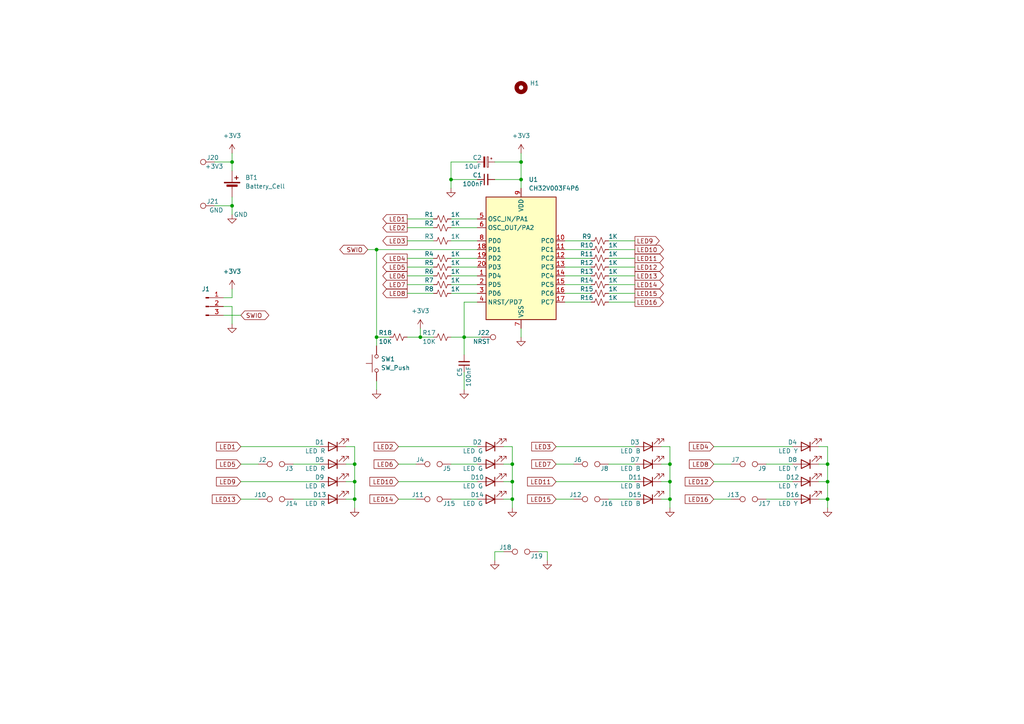
<source format=kicad_sch>
(kicad_sch (version 20231120) (generator "eeschema") (generator_version "8.0")
  (paper "A4")
  (title_block (title "Projeto Natal 2023 - Árvore de Natal 3D") (date "2023-11-21") (rev "01") (company "Franzininho / Mechatronix Lab") (comment 1 "Eng. André A. M. Araújo"))
  (lib_symbols
    (symbol "Connector:Conn_01x03_Pin" (pin_names (offset 1.016) hide)
      (property "Reference" "J" (at 0 5.08 0))
      (property "Value" "Conn_01x03_Pin" (at 0 -5.08 0))
      (symbol "Conn_01x03_Pin_1_1"
        (polyline (pts (xy 1.27 -2.54) (xy 0.8636 -2.54)) (stroke (width 0.1524)))
        (polyline (pts (xy 1.27 0) (xy 0.8636 0)) (stroke (width 0.1524)))
        (polyline (pts (xy 1.27 2.54) (xy 0.8636 2.54)) (stroke (width 0.1524)))
        (rectangle (start 0.8636 -2.413) (end 0 -2.667) (stroke (width 0.1524)) (fill (type outline)))
        (rectangle (start 0.8636 0.127) (end 0 -0.127) (stroke (width 0.1524)) (fill (type outline)))
        (rectangle (start 0.8636 2.667) (end 0 2.413) (stroke (width 0.1524)) (fill (type outline)))
        (pin passive line (at 5.08 2.54 180) (length 3.81) (name "Pin_1") (number "1"))
        (pin passive line (at 5.08 0 180) (length 3.81) (name "Pin_2") (number "2"))
        (pin passive line (at 5.08 -2.54 180) (length 3.81) (name "Pin_3") (number "3"))
      )
    )
    (symbol "Connector:TestPoint" (pin_numbers hide) (pin_names (offset 0.762) hide)
      (property "Reference" "TP" (at 0 6.858 0))
      (property "Value" "TestPoint" (at 0 5.08 0))
      (symbol "TestPoint_0_1"
        (circle (center 0 3.302) (radius 0.762))
      )
      (symbol "TestPoint_1_1"
        (pin passive line (at 0 0 90) (length 2.54) (name "1") (number "1"))
      )
    )
    (symbol "Device:Battery_Cell" (pin_numbers hide) (pin_names (offset 0) hide)
      (property "Reference" "BT" (at 2.54 2.54 0))
      (property "Value" "Battery_Cell" (at 2.54 0 0))
      (symbol "Battery_Cell_0_1"
        (rectangle (start -2.286 1.778) (end 2.286 1.524) (fill (type outline)))
        (rectangle (start -1.524 1.016) (end 1.524 0.508) (fill (type outline)))
        (polyline (pts (xy 0 0.762) (xy 0 0)))
        (polyline (pts (xy 0 1.778) (xy 0 2.54)))
        (polyline (pts (xy 0.762 3.048) (xy 1.778 3.048)) (stroke (width 0.254)))
        (polyline (pts (xy 1.27 3.556) (xy 1.27 2.54)) (stroke (width 0.254)))
      )
      (symbol "Battery_Cell_1_1"
        (pin passive line (at 0 5.08 270) (length 2.54) (name "+") (number "1"))
        (pin passive line (at 0 -2.54 90) (length 2.54) (name "-") (number "2"))
      )
    )
    (symbol "Device:C_Polarized_Small" (pin_numbers hide) (pin_names (offset 0.254) hide)
      (property "Reference" "C" (at 0.254 1.778 0))
      (property "Value" "C_Polarized_Small" (at 0.254 -2.032 0))
      (symbol "C_Polarized_Small_0_1"
        (rectangle (start -1.524 -0.3048) (end 1.524 -0.6858) (fill (type outline)))
        (rectangle (start -1.524 0.6858) (end 1.524 0.3048))
        (polyline (pts (xy -1.27 1.524) (xy -0.762 1.524)))
        (polyline (pts (xy -1.016 1.27) (xy -1.016 1.778)))
      )
      (symbol "C_Polarized_Small_1_1"
        (pin passive line (at 0 2.54 270) (length 1.8542) (name "~") (number "1"))
        (pin passive line (at 0 -2.54 90) (length 1.8542) (name "~") (number "2"))
      )
    )
    (symbol "Device:C_Small" (pin_numbers hide) (pin_names (offset 0.254) hide)
      (property "Reference" "C" (at 0.254 1.778 0))
      (property "Value" "C_Small" (at 0.254 -2.032 0))
      (symbol "C_Small_0_1"
        (polyline (pts (xy -1.524 -0.508) (xy 1.524 -0.508)) (stroke (width 0.3302)))
        (polyline (pts (xy -1.524 0.508) (xy 1.524 0.508)) (stroke (width 0.3048)))
      )
      (symbol "C_Small_1_1"
        (pin passive line (at 0 2.54 270) (length 2.032) (name "~") (number "1"))
        (pin passive line (at 0 -2.54 90) (length 2.032) (name "~") (number "2"))
      )
    )
    (symbol "Device:LED" (pin_numbers hide) (pin_names (offset 1.016) hide)
      (property "Reference" "D" (at 0 2.54 0))
      (property "Value" "LED" (at 0 -2.54 0))
      (symbol "LED_0_1"
        (polyline (pts (xy -1.27 -1.27) (xy -1.27 1.27)) (stroke (width 0.254)))
        (polyline (pts (xy -1.27 0) (xy 1.27 0)))
        (polyline (pts (xy 1.27 -1.27) (xy 1.27 1.27) (xy -1.27 0) (xy 1.27 -1.27)) (stroke (width 0.254)))
        (polyline (pts (xy -3.048 -0.762) (xy -4.572 -2.286) (xy -3.81 -2.286) (xy -4.572 -2.286) (xy -4.572 -1.524)))
        (polyline (pts (xy -1.778 -0.762) (xy -3.302 -2.286) (xy -2.54 -2.286) (xy -3.302 -2.286) (xy -3.302 -1.524)))
      )
      (symbol "LED_1_1"
        (pin passive line (at -3.81 0 0) (length 2.54) (name "K") (number "1"))
        (pin passive line (at 3.81 0 180) (length 2.54) (name "A") (number "2"))
      )
    )
    (symbol "Device:R_Small_US" (pin_numbers hide) (pin_names (offset 0.254) hide)
      (property "Reference" "R" (at 0.762 0.508 0))
      (property "Value" "R_Small_US" (at 0.762 -1.016 0))
      (symbol "R_Small_US_1_1"
        (polyline (pts (xy 0 0) (xy 1.016 -0.381) (xy 0 -0.762) (xy -1.016 -1.143) (xy 0 -1.524)))
        (polyline (pts (xy 0 1.524) (xy 1.016 1.143) (xy 0 0.762) (xy -1.016 0.381) (xy 0 0)))
        (pin passive line (at 0 2.54 270) (length 1.016) (name "~") (number "1"))
        (pin passive line (at 0 -2.54 90) (length 1.016) (name "~") (number "2"))
      )
    )
    (symbol "Mechanical:MountingHole" (pin_names (offset 1.016))
      (property "Reference" "H" (at 0 5.08 0))
      (property "Value" "MountingHole" (at 0 3.175 0))
      (symbol "MountingHole_0_1"
        (circle (center 0 0) (radius 1.27) (stroke (width 1.27)))
      )
    )
    (symbol "Switch:SW_Push" (pin_numbers hide) (pin_names (offset 1.016) hide)
      (property "Reference" "SW" (at 1.27 2.54 0))
      (property "Value" "SW_Push" (at 0 -1.524 0))
      (symbol "SW_Push_0_1"
        (circle (center -2.032 0) (radius 0.508))
        (polyline (pts (xy 0 1.27) (xy 0 3.048)))
        (polyline (pts (xy 2.54 1.27) (xy -2.54 1.27)))
        (circle (center 2.032 0) (radius 0.508))
        (pin passive line (at -5.08 0 0) (length 2.54) (name "1") (number "1"))
        (pin passive line (at 5.08 0 180) (length 2.54) (name "2") (number "2"))
      )
    )
    (symbol "power:+3V3" (power) (pin_names (offset 0))
      (property "Value" "+3V3" (at 0 3.556 0))
      (symbol "+3V3_0_1"
        (polyline (pts (xy -0.762 1.27) (xy 0 2.54)))
        (polyline (pts (xy 0 0) (xy 0 2.54)))
        (polyline (pts (xy 0 2.54) (xy 0.762 1.27)))
      )
      (symbol "+3V3_1_1"
        (pin power_in line (at 0 0 90) (length 0) hide (name "+3V3") (number "1"))
      )
    )
    (symbol "power:GND" (power) (pin_names (offset 0))
      (property "Value" "GND" (at 0 -3.81 0))
      (symbol "GND_0_1"
        (polyline (pts (xy 0 0) (xy 0 -1.27) (xy 1.27 -1.27) (xy 0 -2.54) (xy -1.27 -1.27) (xy 0 -1.27)))
      )
      (symbol "GND_1_1"
        (pin power_in line (at 0 0 270) (length 0) hide (name "GND") (number "1"))
      )
    )
    (symbol "wch_mcu:CH32V003F4P6"
      (property "Reference" "U" (at 15.24 -24.13 0))
      (property "Value" "CH32V003F4P6" (at 16.51 -21.59 0))
      (symbol "CH32V003F4P6_0_1"
        (rectangle (start -10.16 17.78) (end 10.16 -17.78) (stroke (width 0.254)) (fill (type background)))
      )
      (symbol "CH32V003F4P6_1_1"
        (pin bidirectional line (at -12.7 -5.08 0) (length 2.54) (name "PD4") (number "1"))
        (pin bidirectional line (at 12.7 5.08 180) (length 2.54) (name "PC0") (number "10"))
        (pin bidirectional line (at 12.7 2.54 180) (length 2.54) (name "PC1") (number "11"))
        (pin bidirectional line (at 12.7 0 180) (length 2.54) (name "PC2") (number "12"))
        (pin bidirectional line (at 12.7 -2.54 180) (length 2.54) (name "PC3") (number "13"))
        (pin bidirectional line (at 12.7 -5.08 180) (length 2.54) (name "PC4") (number "14"))
        (pin bidirectional line (at 12.7 -7.62 180) (length 2.54) (name "PC5") (number "15"))
        (pin bidirectional line (at 12.7 -10.16 180) (length 2.54) (name "PC6") (number "16"))
        (pin bidirectional line (at 12.7 -12.7 180) (length 2.54) (name "PC7") (number "17"))
        (pin bidirectional line (at -12.7 2.54 0) (length 2.54) (name "PD1") (number "18"))
        (pin bidirectional line (at -12.7 0 0) (length 2.54) (name "PD2") (number "19"))
        (pin bidirectional line (at -12.7 -7.62 0) (length 2.54) (name "PD5") (number "2"))
        (pin bidirectional line (at -12.7 -2.54 0) (length 2.54) (name "PD3") (number "20"))
        (pin bidirectional line (at -12.7 -10.16 0) (length 2.54) (name "PD6") (number "3"))
        (pin input line (at -12.7 -12.7 0) (length 2.54) (name "NRST/PD7") (number "4"))
        (pin input line (at -12.7 11.43 0) (length 2.54) (name "OSC_IN/PA1") (number "5"))
        (pin input line (at -12.7 8.89 0) (length 2.54) (name "OSC_OUT/PA2") (number "6"))
        (pin power_in line (at 0 -20.32 90) (length 2.54) (name "VSS") (number "7"))
        (pin bidirectional line (at -12.7 5.08 0) (length 2.54) (name "PD0") (number "8"))
        (pin power_in line (at 0 20.32 270) (length 2.54) (name "VDD") (number "9"))
      )
    )
  )
  (junction (at 151.13 52.07))
  (junction (at 102.87 134.62))
  (junction (at 134.62 97.79))
  (junction (at 67.31 46.99))
  (junction (at 109.22 97.79))
  (junction (at 67.31 59.69))
  (junction (at 121.92 97.79))
  (junction (at 148.59 139.7))
  (junction (at 194.31 144.78))
  (junction (at 109.22 72.39))
  (junction (at 194.31 134.62))
  (junction (at 148.59 144.78))
  (junction (at 102.87 139.7))
  (junction (at 194.31 139.7))
  (junction (at 240.03 134.62))
  (junction (at 240.03 139.7))
  (junction (at 102.87 144.78))
  (junction (at 240.03 144.78))
  (junction (at 130.81 52.07))
  (junction (at 148.59 134.62))
  (junction (at 151.13 46.99))
  (wire (pts (xy 194.31 129.54) (xy 194.31 134.62)))
  (wire (pts (xy 191.77 129.54) (xy 194.31 129.54)))
  (wire (pts (xy 237.49 144.78) (xy 240.03 144.78)))
  (wire (pts (xy 134.62 97.79) (xy 139.7 97.79)))
  (wire (pts (xy 85.09 144.78) (xy 92.71 144.78)))
  (wire (pts (xy 161.29 139.7) (xy 184.15 139.7)))
  (wire (pts (xy 106.68 72.39) (xy 109.22 72.39)))
  (wire (pts (xy 134.62 87.63) (xy 138.43 87.63)))
  (wire (pts (xy 191.77 139.7) (xy 194.31 139.7)))
  (wire (pts (xy 163.83 74.93) (xy 171.45 74.93)))
  (wire (pts (xy 176.53 144.78) (xy 184.15 144.78)))
  (wire (pts (xy 118.11 69.85) (xy 125.73 69.85)))
  (wire (pts (xy 109.22 110.49) (xy 109.22 113.03)))
  (wire (pts (xy 102.87 134.62) (xy 102.87 139.7)))
  (wire (pts (xy 109.22 97.79) (xy 109.22 100.33)))
  (wire (pts (xy 118.11 85.09) (xy 125.73 85.09)))
  (wire (pts (xy 115.57 134.62) (xy 120.65 134.62)))
  (wire (pts (xy 69.85 139.7) (xy 92.71 139.7)))
  (wire (pts (xy 130.81 80.01) (xy 138.43 80.01)))
  (wire (pts (xy 176.53 85.09) (xy 184.15 85.09)))
  (wire (pts (xy 130.81 134.62) (xy 138.43 134.62)))
  (wire (pts (xy 240.03 129.54) (xy 240.03 134.62)))
  (wire (pts (xy 121.92 95.25) (xy 121.92 97.79)))
  (wire (pts (xy 100.33 134.62) (xy 102.87 134.62)))
  (wire (pts (xy 100.33 139.7) (xy 102.87 139.7)))
  (wire (pts (xy 109.22 97.79) (xy 113.03 97.79)))
  (wire (pts (xy 237.49 134.62) (xy 240.03 134.62)))
  (wire (pts (xy 134.62 97.79) (xy 134.62 102.87)))
  (wire (pts (xy 102.87 139.7) (xy 102.87 144.78)))
  (wire (pts (xy 148.59 144.78) (xy 148.59 147.32)))
  (wire (pts (xy 240.03 139.7) (xy 240.03 144.78)))
  (wire (pts (xy 163.83 85.09) (xy 171.45 85.09)))
  (wire (pts (xy 134.62 107.95) (xy 134.62 113.03)))
  (wire (pts (xy 176.53 69.85) (xy 184.15 69.85)))
  (wire (pts (xy 176.53 74.93) (xy 184.15 74.93)))
  (wire (pts (xy 67.31 46.99) (xy 67.31 49.53)))
  (wire (pts (xy 118.11 97.79) (xy 121.92 97.79)))
  (wire (pts (xy 121.92 97.79) (xy 125.73 97.79)))
  (wire (pts (xy 143.51 52.07) (xy 151.13 52.07)))
  (wire (pts (xy 158.75 160.02) (xy 156.21 160.02)))
  (wire (pts (xy 163.83 72.39) (xy 171.45 72.39)))
  (wire (pts (xy 237.49 139.7) (xy 240.03 139.7)))
  (wire (pts (xy 62.23 46.99) (xy 67.31 46.99)))
  (wire (pts (xy 163.83 69.85) (xy 171.45 69.85)))
  (wire (pts (xy 130.81 74.93) (xy 138.43 74.93)))
  (wire (pts (xy 222.25 144.78) (xy 229.87 144.78)))
  (wire (pts (xy 67.31 83.82) (xy 67.31 86.36)))
  (wire (pts (xy 207.01 134.62) (xy 212.09 134.62)))
  (wire (pts (xy 161.29 144.78) (xy 166.37 144.78)))
  (wire (pts (xy 109.22 72.39) (xy 109.22 97.79)))
  (wire (pts (xy 130.81 52.07) (xy 138.43 52.07)))
  (wire (pts (xy 163.83 82.55) (xy 171.45 82.55)))
  (wire (pts (xy 64.77 88.9) (xy 67.31 88.9)))
  (wire (pts (xy 115.57 139.7) (xy 138.43 139.7)))
  (wire (pts (xy 194.31 139.7) (xy 194.31 144.78)))
  (wire (pts (xy 148.59 134.62) (xy 148.59 139.7)))
  (wire (pts (xy 161.29 134.62) (xy 166.37 134.62)))
  (wire (pts (xy 146.05 139.7) (xy 148.59 139.7)))
  (wire (pts (xy 130.81 82.55) (xy 138.43 82.55)))
  (wire (pts (xy 148.59 129.54) (xy 148.59 134.62)))
  (wire (pts (xy 67.31 86.36) (xy 64.77 86.36)))
  (wire (pts (xy 176.53 72.39) (xy 184.15 72.39)))
  (wire (pts (xy 67.31 88.9) (xy 67.31 93.98)))
  (wire (pts (xy 69.85 134.62) (xy 74.93 134.62)))
  (wire (pts (xy 130.81 46.99) (xy 130.81 52.07)))
  (wire (pts (xy 148.59 139.7) (xy 148.59 144.78)))
  (wire (pts (xy 138.43 46.99) (xy 130.81 46.99)))
  (wire (pts (xy 130.81 52.07) (xy 130.81 54.61)))
  (wire (pts (xy 115.57 129.54) (xy 138.43 129.54)))
  (wire (pts (xy 67.31 59.69) (xy 67.31 62.23)))
  (wire (pts (xy 102.87 144.78) (xy 102.87 147.32)))
  (wire (pts (xy 151.13 44.45) (xy 151.13 46.99)))
  (wire (pts (xy 102.87 129.54) (xy 102.87 134.62)))
  (wire (pts (xy 118.11 63.5) (xy 125.73 63.5)))
  (wire (pts (xy 143.51 46.99) (xy 151.13 46.99)))
  (wire (pts (xy 69.85 144.78) (xy 74.93 144.78)))
  (wire (pts (xy 176.53 82.55) (xy 184.15 82.55)))
  (wire (pts (xy 85.09 134.62) (xy 92.71 134.62)))
  (wire (pts (xy 194.31 144.78) (xy 194.31 147.32)))
  (wire (pts (xy 207.01 144.78) (xy 212.09 144.78)))
  (wire (pts (xy 176.53 87.63) (xy 184.15 87.63)))
  (wire (pts (xy 151.13 46.99) (xy 151.13 52.07)))
  (wire (pts (xy 176.53 77.47) (xy 184.15 77.47)))
  (wire (pts (xy 134.62 87.63) (xy 134.62 97.79)))
  (wire (pts (xy 194.31 134.62) (xy 194.31 139.7)))
  (wire (pts (xy 115.57 144.78) (xy 120.65 144.78)))
  (wire (pts (xy 207.01 139.7) (xy 229.87 139.7)))
  (wire (pts (xy 130.81 77.47) (xy 138.43 77.47)))
  (wire (pts (xy 240.03 144.78) (xy 240.03 147.32)))
  (wire (pts (xy 69.85 91.44) (xy 64.77 91.44)))
  (wire (pts (xy 62.23 59.69) (xy 67.31 59.69)))
  (wire (pts (xy 67.31 44.45) (xy 67.31 46.99)))
  (wire (pts (xy 100.33 129.54) (xy 102.87 129.54)))
  (wire (pts (xy 109.22 72.39) (xy 138.43 72.39)))
  (wire (pts (xy 130.81 144.78) (xy 138.43 144.78)))
  (wire (pts (xy 163.83 87.63) (xy 171.45 87.63)))
  (wire (pts (xy 118.11 74.93) (xy 125.73 74.93)))
  (wire (pts (xy 191.77 134.62) (xy 194.31 134.62)))
  (wire (pts (xy 118.11 80.01) (xy 125.73 80.01)))
  (wire (pts (xy 130.81 85.09) (xy 138.43 85.09)))
  (wire (pts (xy 176.53 80.01) (xy 184.15 80.01)))
  (wire (pts (xy 130.81 97.79) (xy 134.62 97.79)))
  (wire (pts (xy 161.29 129.54) (xy 184.15 129.54)))
  (wire (pts (xy 237.49 129.54) (xy 240.03 129.54)))
  (wire (pts (xy 118.11 66.04) (xy 125.73 66.04)))
  (wire (pts (xy 118.11 77.47) (xy 125.73 77.47)))
  (wire (pts (xy 240.03 134.62) (xy 240.03 139.7)))
  (wire (pts (xy 176.53 134.62) (xy 184.15 134.62)))
  (wire (pts (xy 118.11 82.55) (xy 125.73 82.55)))
  (wire (pts (xy 163.83 77.47) (xy 171.45 77.47)))
  (wire (pts (xy 146.05 129.54) (xy 148.59 129.54)))
  (wire (pts (xy 207.01 129.54) (xy 229.87 129.54)))
  (wire (pts (xy 143.51 160.02) (xy 146.05 160.02)))
  (wire (pts (xy 143.51 162.56) (xy 143.51 160.02)))
  (wire (pts (xy 130.81 66.04) (xy 138.43 66.04)))
  (wire (pts (xy 100.33 144.78) (xy 102.87 144.78)))
  (wire (pts (xy 158.75 162.56) (xy 158.75 160.02)))
  (wire (pts (xy 222.25 134.62) (xy 229.87 134.62)))
  (wire (pts (xy 146.05 144.78) (xy 148.59 144.78)))
  (wire (pts (xy 151.13 52.07) (xy 151.13 54.61)))
  (wire (pts (xy 163.83 80.01) (xy 171.45 80.01)))
  (wire (pts (xy 146.05 134.62) (xy 148.59 134.62)))
  (wire (pts (xy 191.77 144.78) (xy 194.31 144.78)))
  (wire (pts (xy 130.81 63.5) (xy 138.43 63.5)))
  (wire (pts (xy 69.85 129.54) (xy 92.71 129.54)))
  (wire (pts (xy 130.81 69.85) (xy 138.43 69.85)))
  (wire (pts (xy 151.13 95.25) (xy 151.13 97.79)))
  (wire (pts (xy 67.31 57.15) (xy 67.31 59.69)))
  (global_label "LED7" (shape input) (at 161.29 134.62 180) (property "Intersheetrefs" "${INTERSHEET_REFS}" (effects (hide yes))))
  (global_label "LED8" (shape input) (at 207.01 134.62 180) (property "Intersheetrefs" "${INTERSHEET_REFS}" (effects (hide yes))))
  (global_label "LED5" (shape output) (at 118.11 77.47 180) (property "Intersheetrefs" "${INTERSHEET_REFS}" (effects (hide yes))))
  (global_label "LED12" (shape input) (at 207.01 139.7 180) (property "Intersheetrefs" "${INTERSHEET_REFS}" (effects (hide yes))))
  (global_label "LED3" (shape output) (at 118.11 69.85 180) (property "Intersheetrefs" "${INTERSHEET_REFS}" (effects (hide yes))))
  (global_label "LED4" (shape input) (at 207.01 129.54 180) (property "Intersheetrefs" "${INTERSHEET_REFS}" (effects (hide yes))))
  (global_label "LED16" (shape input) (at 207.01 144.78 180) (property "Intersheetrefs" "${INTERSHEET_REFS}" (effects (hide yes))))
  (global_label "LED14" (shape input) (at 115.57 144.78 180) (property "Intersheetrefs" "${INTERSHEET_REFS}" (effects (hide yes))))
  (global_label "LED15" (shape input) (at 161.29 144.78 180) (property "Intersheetrefs" "${INTERSHEET_REFS}" (effects (hide yes))))
  (global_label "SWIO" (shape bidirectional) (at 69.85 91.44 0) (property "Intersheetrefs" "${INTERSHEET_REFS}" (effects (hide yes))))
  (global_label "LED16" (shape output) (at 184.15 87.63 0) (property "Intersheetrefs" "${INTERSHEET_REFS}" (effects (hide yes))))
  (global_label "LED8" (shape output) (at 118.11 85.09 180) (property "Intersheetrefs" "${INTERSHEET_REFS}" (effects (hide yes))))
  (global_label "LED13" (shape input) (at 69.85 144.78 180) (property "Intersheetrefs" "${INTERSHEET_REFS}" (effects (hide yes))))
  (global_label "LED10" (shape input) (at 115.57 139.7 180) (property "Intersheetrefs" "${INTERSHEET_REFS}" (effects (hide yes))))
  (global_label "LED10" (shape output) (at 184.15 72.39 0) (property "Intersheetrefs" "${INTERSHEET_REFS}" (effects (hide yes))))
  (global_label "LED4" (shape output) (at 118.11 74.93 180) (property "Intersheetrefs" "${INTERSHEET_REFS}" (effects (hide yes))))
  (global_label "LED1" (shape output) (at 118.11 63.5 180) (property "Intersheetrefs" "${INTERSHEET_REFS}" (effects (hide yes))))
  (global_label "LED9" (shape input) (at 69.85 139.7 180) (property "Intersheetrefs" "${INTERSHEET_REFS}" (effects (hide yes))))
  (global_label "LED7" (shape output) (at 118.11 82.55 180) (property "Intersheetrefs" "${INTERSHEET_REFS}" (effects (hide yes))))
  (global_label "LED5" (shape input) (at 69.85 134.62 180) (property "Intersheetrefs" "${INTERSHEET_REFS}" (effects (hide yes))))
  (global_label "LED14" (shape output) (at 184.15 82.55 0) (property "Intersheetrefs" "${INTERSHEET_REFS}" (effects (hide yes))))
  (global_label "LED11" (shape output) (at 184.15 74.93 0) (property "Intersheetrefs" "${INTERSHEET_REFS}" (effects (hide yes))))
  (global_label "LED2" (shape output) (at 118.11 66.04 180) (property "Intersheetrefs" "${INTERSHEET_REFS}" (effects (hide yes))))
  (global_label "LED1" (shape input) (at 69.85 129.54 180) (property "Intersheetrefs" "${INTERSHEET_REFS}" (effects (hide yes))))
  (global_label "LED15" (shape output) (at 184.15 85.09 0) (property "Intersheetrefs" "${INTERSHEET_REFS}" (effects (hide yes))))
  (global_label "LED13" (shape output) (at 184.15 80.01 0) (property "Intersheetrefs" "${INTERSHEET_REFS}" (effects (hide yes))))
  (global_label "LED11" (shape input) (at 161.29 139.7 180) (property "Intersheetrefs" "${INTERSHEET_REFS}" (effects (hide yes))))
  (global_label "LED12" (shape output) (at 184.15 77.47 0) (property "Intersheetrefs" "${INTERSHEET_REFS}" (effects (hide yes))))
  (global_label "SWIO" (shape bidirectional) (at 106.68 72.39 180) (property "Intersheetrefs" "${INTERSHEET_REFS}" (effects (hide yes))))
  (global_label "LED2" (shape input) (at 115.57 129.54 180) (property "Intersheetrefs" "${INTERSHEET_REFS}" (effects (hide yes))))
  (global_label "LED6" (shape input) (at 115.57 134.62 180) (property "Intersheetrefs" "${INTERSHEET_REFS}" (effects (hide yes))))
  (global_label "LED9" (shape output) (at 184.15 69.85 0) (property "Intersheetrefs" "${INTERSHEET_REFS}" (effects (hide yes))))
  (global_label "LED3" (shape input) (at 161.29 129.54 180) (property "Intersheetrefs" "${INTERSHEET_REFS}" (effects (hide yes))))
  (global_label "LED6" (shape output) (at 118.11 80.01 180) (property "Intersheetrefs" "${INTERSHEET_REFS}" (effects (hide yes))))
  (symbol (lib_id "Device:R_Small_US") (at 128.27 85.09 90) (unit 1)
    (property "Reference" "R8" (at 124.46 83.82 90))
    (property "Value" "1K" (at 132.08 83.82 90))
    (property "Footprint" "Resistor_SMD:R_0603_1608Metric_Pad0.98x0.95mm_HandSolder" (effects (hide yes)))
  )
  (symbol (lib_id "Device:LED") (at 142.24 129.54 180) (unit 1)
    (property "Reference" "D2" (at 138.43 128.27 0))
    (property "Value" "LED G" (at 137.16 130.81 0))
    (property "Footprint" "LED_THT:LED_D5.0mm" (effects (hide yes)))
  )
  (symbol (lib_id "power:GND") (at 158.75 162.56 0) (unit 1)
    (property "Reference" "#PWR015" (effects (hide yes)))
    (property "Value" "GND" (effects (hide yes)))
  )
  (symbol (lib_id "Device:Battery_Cell") (at 67.31 54.61 0) (unit 1)
    (property "Reference" "BT1" (at 71.12 51.4985 0) (effects (justify left)))
    (property "Value" "Battery_Cell" (at 71.12 54.0385 0) (effects (justify left)))
    (property "Footprint" "Battery:BatteryHolder_Keystone_3002_1x2032" (effects (hide yes)))
  )
  (symbol (lib_id "Device:LED") (at 96.52 134.62 180) (unit 1)
    (property "Reference" "D5" (at 92.71 133.35 0))
    (property "Value" "LED R" (at 91.44 135.89 0))
    (property "Footprint" "LED_THT:LED_D5.0mm" (effects (hide yes)))
  )
  (symbol (lib_id "Device:R_Small_US") (at 173.99 85.09 90) (unit 1)
    (property "Reference" "R15" (at 170.18 83.82 90))
    (property "Value" "1K" (at 177.8 83.82 90))
    (property "Footprint" "Resistor_SMD:R_0603_1608Metric_Pad0.98x0.95mm_HandSolder" (effects (hide yes)))
  )
  (symbol (lib_id "Device:R_Small_US") (at 173.99 82.55 90) (unit 1)
    (property "Reference" "R14" (at 170.18 81.28 90))
    (property "Value" "1K" (at 177.8 81.28 90))
    (property "Footprint" "Resistor_SMD:R_0603_1608Metric_Pad0.98x0.95mm_HandSolder" (effects (hide yes)))
  )
  (symbol (lib_id "Connector:TestPoint") (at 120.65 144.78 270) (unit 1)
    (property "Reference" "J11" (at 119.38 143.51 90) (effects (justify left)))
    (property "Value" "TestPoint" (effects (hide yes)))
    (property "Footprint" "TestPoint:TestPoint_Pad_D2.5mm" (effects (hide yes)))
  )
  (symbol (lib_id "Device:R_Small_US") (at 173.99 69.85 90) (unit 1)
    (property "Reference" "R9" (at 170.18 68.58 90))
    (property "Value" "1K" (at 177.8 68.58 90))
    (property "Footprint" "Resistor_SMD:R_0603_1608Metric_Pad0.98x0.95mm_HandSolder" (effects (hide yes)))
  )
  (symbol (lib_id "Connector:TestPoint") (at 74.93 134.62 270) (unit 1)
    (property "Reference" "J2" (at 74.93 133.35 90) (effects (justify left)))
    (property "Value" "TestPoint" (effects (hide yes)))
    (property "Footprint" "TestPoint:TestPoint_Pad_D2.5mm" (effects (hide yes)))
  )
  (symbol (lib_id "Connector:TestPoint") (at 176.53 144.78 90) (unit 1)
    (property "Reference" "J16" (at 177.8 146.05 90) (effects (justify left)))
    (property "Value" "TestPoint" (effects (hide yes)))
    (property "Footprint" "TestPoint:TestPoint_Pad_D2.5mm" (effects (hide yes)))
  )
  (symbol (lib_id "Device:LED") (at 142.24 139.7 180) (unit 1)
    (property "Reference" "D10" (at 138.43 138.43 0))
    (property "Value" "LED G" (at 137.16 140.97 0))
    (property "Footprint" "LED_THT:LED_D5.0mm" (effects (hide yes)))
  )
  (symbol (lib_id "Device:LED") (at 233.68 134.62 180) (unit 1)
    (property "Reference" "D8" (at 229.87 133.35 0))
    (property "Value" "LED Y" (at 228.6 135.89 0))
    (property "Footprint" "LED_THT:LED_D5.0mm" (effects (hide yes)))
  )
  (symbol (lib_id "Connector:TestPoint") (at 62.23 59.69 90) (unit 1)
    (property "Reference" "J21" (at 63.5 58.42 90) (effects (justify left)))
    (property "Value" "GND" (at 64.77 60.96 90) (effects (justify left)))
    (property "Footprint" "TestPoint:TestPoint_THTPad_D1.5mm_Drill0.7mm" (effects (hide yes)))
  )
  (symbol (lib_id "power:GND") (at 148.59 147.32 0) (unit 1)
    (property "Reference" "#PWR09" (effects (hide yes)))
    (property "Value" "GND" (effects (hide yes)))
  )
  (symbol (lib_id "Device:R_Small_US") (at 128.27 66.04 90) (unit 1)
    (property "Reference" "R2" (at 124.46 64.77 90))
    (property "Value" "1K" (at 132.08 64.77 90))
    (property "Footprint" "Resistor_SMD:R_0603_1608Metric_Pad0.98x0.95mm_HandSolder" (effects (hide yes)))
  )
  (symbol (lib_id "Device:LED") (at 187.96 129.54 180) (unit 1)
    (property "Reference" "D3" (at 184.15 128.27 0))
    (property "Value" "LED B" (at 182.88 130.81 0))
    (property "Footprint" "LED_THT:LED_D5.0mm" (effects (hide yes)))
  )
  (symbol (lib_id "Device:LED") (at 142.24 134.62 180) (unit 1)
    (property "Reference" "D6" (at 138.43 133.35 0))
    (property "Value" "LED G" (at 137.16 135.89 0))
    (property "Footprint" "LED_THT:LED_D5.0mm" (effects (hide yes)))
  )
  (symbol (lib_id "Device:LED") (at 233.68 144.78 180) (unit 1)
    (property "Reference" "D16" (at 229.87 143.51 0))
    (property "Value" "LED Y" (at 228.6 146.05 0))
    (property "Footprint" "LED_THT:LED_D5.0mm" (effects (hide yes)))
  )
  (symbol (lib_id "Device:LED") (at 187.96 139.7 180) (unit 1)
    (property "Reference" "D11" (at 184.15 138.43 0))
    (property "Value" "LED B" (at 182.88 140.97 0))
    (property "Footprint" "LED_THT:LED_D5.0mm" (effects (hide yes)))
  )
  (symbol (lib_id "Device:R_Small_US") (at 128.27 97.79 90) (unit 1)
    (property "Reference" "R17" (at 124.46 96.52 90))
    (property "Value" "10K" (at 124.46 99.06 90))
    (property "Footprint" "Resistor_SMD:R_0603_1608Metric_Pad0.98x0.95mm_HandSolder" (effects (hide yes)))
  )
  (symbol (lib_id "Device:R_Small_US") (at 173.99 87.63 90) (unit 1)
    (property "Reference" "R16" (at 170.18 86.36 90))
    (property "Value" "1K" (at 177.8 86.36 90))
    (property "Footprint" "Resistor_SMD:R_0603_1608Metric_Pad0.98x0.95mm_HandSolder" (effects (hide yes)))
  )
  (symbol (lib_id "Connector:TestPoint") (at 222.25 144.78 90) (unit 1)
    (property "Reference" "J17" (at 223.52 146.05 90) (effects (justify left)))
    (property "Value" "TestPoint" (effects (hide yes)))
    (property "Footprint" "TestPoint:TestPoint_Pad_D2.5mm" (effects (hide yes)))
  )
  (symbol (lib_id "Device:R_Small_US") (at 173.99 74.93 90) (unit 1)
    (property "Reference" "R11" (at 170.18 73.66 90))
    (property "Value" "1K" (at 177.8 73.66 90))
    (property "Footprint" "Resistor_SMD:R_0603_1608Metric_Pad0.98x0.95mm_HandSolder" (effects (hide yes)))
  )
  (symbol (lib_id "power:+3V3") (at 121.92 95.25 0) (unit 1)
    (property "Reference" "#PWR03" (effects (hide yes)))
    (property "Value" "+3V3" (at 121.92 90.17 0))
  )
  (symbol (lib_id "power:GND") (at 134.62 113.03 0) (unit 1)
    (property "Reference" "#PWR07" (effects (hide yes)))
    (property "Value" "GND" (effects (hide yes)))
  )
  (symbol (lib_id "power:GND") (at 143.51 162.56 0) (unit 1)
    (property "Reference" "#PWR014" (effects (hide yes)))
    (property "Value" "GND" (effects (hide yes)))
  )
  (symbol (lib_id "power:GND") (at 194.31 147.32 0) (unit 1)
    (property "Reference" "#PWR010" (effects (hide yes)))
    (property "Value" "GND" (effects (hide yes)))
  )
  (symbol (lib_id "Device:R_Small_US") (at 128.27 82.55 90) (unit 1)
    (property "Reference" "R7" (at 124.46 81.28 90))
    (property "Value" "1K" (at 132.08 81.28 90))
    (property "Footprint" "Resistor_SMD:R_0603_1608Metric_Pad0.98x0.95mm_HandSolder" (effects (hide yes)))
  )
  (symbol (lib_id "Device:C_Small") (at 134.62 105.41 180) (unit 1)
    (property "Reference" "C5" (at 133.35 107.95 90))
    (property "Value" "100nF" (at 135.89 109.22 90))
    (property "Footprint" "Capacitor_SMD:C_0603_1608Metric_Pad1.08x0.95mm_HandSolder" (effects (hide yes)))
  )
  (symbol (lib_id "Device:LED") (at 233.68 139.7 180) (unit 1)
    (property "Reference" "D12" (at 229.87 138.43 0))
    (property "Value" "LED Y" (at 228.6 140.97 0))
    (property "Footprint" "LED_THT:LED_D5.0mm" (effects (hide yes)))
  )
  (symbol (lib_id "Device:R_Small_US") (at 128.27 80.01 90) (unit 1)
    (property "Reference" "R6" (at 124.46 78.74 90))
    (property "Value" "1K" (at 132.08 78.74 90))
    (property "Footprint" "Resistor_SMD:R_0603_1608Metric_Pad0.98x0.95mm_HandSolder" (effects (hide yes)))
  )
  (symbol (lib_id "Connector:TestPoint") (at 74.93 144.78 270) (unit 1)
    (property "Reference" "J10" (at 73.66 143.51 90) (effects (justify left)))
    (property "Value" "TestPoint" (effects (hide yes)))
    (property "Footprint" "TestPoint:TestPoint_Pad_D2.5mm" (effects (hide yes)))
  )
  (symbol (lib_id "Device:LED") (at 96.52 144.78 180) (unit 1)
    (property "Reference" "D13" (at 92.71 143.51 0))
    (property "Value" "LED R" (at 91.44 146.05 0))
    (property "Footprint" "LED_THT:LED_D5.0mm" (effects (hide yes)))
  )
  (symbol (lib_id "Connector:TestPoint") (at 222.25 134.62 90) (unit 1)
    (property "Reference" "J9" (at 222.25 135.89 90) (effects (justify left)))
    (property "Value" "TestPoint" (effects (hide yes)))
    (property "Footprint" "TestPoint:TestPoint_Pad_D2.5mm" (effects (hide yes)))
  )
  (symbol (lib_id "Device:C_Small") (at 140.97 52.07 90) (unit 1)
    (property "Reference" "C1" (at 138.43 50.8 90))
    (property "Value" "100nF" (at 137.16 53.34 90))
    (property "Footprint" "Capacitor_SMD:C_0603_1608Metric_Pad1.08x0.95mm_HandSolder" (effects (hide yes)))
  )
  (symbol (lib_id "Connector:TestPoint") (at 212.09 144.78 270) (unit 1)
    (property "Reference" "J13" (at 210.82 143.51 90) (effects (justify left)))
    (property "Value" "TestPoint" (effects (hide yes)))
    (property "Footprint" "TestPoint:TestPoint_Pad_D2.5mm" (effects (hide yes)))
  )
  (symbol (lib_id "Connector:TestPoint") (at 146.05 160.02 270) (unit 1)
    (property "Reference" "J18" (at 144.78 158.75 90) (effects (justify left)))
    (property "Value" "TestPoint" (effects (hide yes)))
    (property "Footprint" "TestPoint:TestPoint_Pad_D2.5mm" (effects (hide yes)))
  )
  (symbol (lib_id "power:+3V3") (at 67.31 44.45 0) (unit 1)
    (property "Reference" "#PWR04" (effects (hide yes)))
    (property "Value" "+3V3" (at 67.31 39.37 0))
  )
  (symbol (lib_id "Connector:TestPoint") (at 62.23 46.99 90) (unit 1)
    (property "Reference" "J20" (at 63.5 45.72 90) (effects (justify left)))
    (property "Value" "+3V3" (at 64.77 48.26 90) (effects (justify left)))
    (property "Footprint" "TestPoint:TestPoint_THTPad_D1.5mm_Drill0.7mm" (effects (hide yes)))
  )
  (symbol (lib_id "Connector:Conn_01x03_Pin") (at 59.69 88.9 0) (unit 1)
    (property "Reference" "J1" (at 59.69 83.82 0))
    (property "Value" "Conn_01x03_Pin" (effects (hide yes)))
    (property "Footprint" "Connector_PinHeader_2.54mm:PinHeader_1x03_P2.54mm_Vertical" (effects (hide yes)))
  )
  (symbol (lib_id "Device:LED") (at 187.96 144.78 180) (unit 1)
    (property "Reference" "D15" (at 184.15 143.51 0))
    (property "Value" "LED B" (at 182.88 146.05 0))
    (property "Footprint" "LED_THT:LED_D5.0mm" (effects (hide yes)))
  )
  (symbol (lib_id "Connector:TestPoint") (at 156.21 160.02 90) (unit 1)
    (property "Reference" "J19" (at 157.48 161.29 90) (effects (justify left)))
    (property "Value" "TestPoint" (effects (hide yes)))
    (property "Footprint" "TestPoint:TestPoint_Pad_D2.5mm" (effects (hide yes)))
  )
  (symbol (lib_id "power:GND") (at 67.31 93.98 0) (unit 1)
    (property "Reference" "#PWR013" (effects (hide yes)))
    (property "Value" "GND" (effects (hide yes)))
  )
  (symbol (lib_id "power:+3V3") (at 67.31 83.82 0) (unit 1)
    (property "Reference" "#PWR012" (effects (hide yes)))
    (property "Value" "+3V3" (at 67.31 78.74 0))
  )
  (symbol (lib_id "Connector:TestPoint") (at 85.09 144.78 90) (unit 1)
    (property "Reference" "J14" (at 86.36 146.05 90) (effects (justify left)))
    (property "Value" "TestPoint" (effects (hide yes)))
    (property "Footprint" "TestPoint:TestPoint_Pad_D2.5mm" (effects (hide yes)))
  )
  (symbol (lib_id "Switch:SW_Push") (at 109.22 105.41 90) (unit 1)
    (property "Reference" "SW1" (at 110.49 104.14 90) (effects (justify right)))
    (property "Value" "SW_Push" (at 110.49 106.68 90) (effects (justify right)))
    (property "Footprint" "Button_Switch_SMD:SW_Push_1P1T_NO_CK_KSC6xxJ" (effects (hide yes)))
    (property "Datasheet" "https://www.lcsc.com/product-detail/Tactile-Switches_Made-in-China-C23873_C23873.html" (effects (hide yes)))
  )
  (symbol (lib_id "Device:LED") (at 187.96 134.62 180) (unit 1)
    (property "Reference" "D7" (at 184.15 133.35 0))
    (property "Value" "LED B" (at 182.88 135.89 0))
    (property "Footprint" "LED_THT:LED_D5.0mm" (effects (hide yes)))
  )
  (symbol (lib_id "Device:R_Small_US") (at 128.27 74.93 90) (unit 1)
    (property "Reference" "R4" (at 124.46 73.66 90))
    (property "Value" "1K" (at 132.08 73.66 90))
    (property "Footprint" "Resistor_SMD:R_0603_1608Metric_Pad0.98x0.95mm_HandSolder" (effects (hide yes)))
  )
  (symbol (lib_id "power:GND") (at 102.87 147.32 0) (unit 1)
    (property "Reference" "#PWR08" (effects (hide yes)))
    (property "Value" "GND" (effects (hide yes)))
  )
  (symbol (lib_id "Connector:TestPoint") (at 166.37 144.78 270) (unit 1)
    (property "Reference" "J12" (at 165.1 143.51 90) (effects (justify left)))
    (property "Value" "TestPoint" (effects (hide yes)))
    (property "Footprint" "TestPoint:TestPoint_Pad_D2.5mm" (effects (hide yes)))
  )
  (symbol (lib_id "Device:R_Small_US") (at 128.27 69.85 90) (unit 1)
    (property "Reference" "R3" (at 124.46 68.58 90))
    (property "Value" "1K" (at 132.08 68.58 90))
    (property "Footprint" "Resistor_SMD:R_0603_1608Metric_Pad0.98x0.95mm_HandSolder" (effects (hide yes)))
  )
  (symbol (lib_id "Device:LED") (at 96.52 139.7 180) (unit 1)
    (property "Reference" "D9" (at 92.71 138.43 0))
    (property "Value" "LED R" (at 91.44 140.97 0))
    (property "Footprint" "LED_THT:LED_D5.0mm" (effects (hide yes)))
  )
  (symbol (lib_id "Connector:TestPoint") (at 130.81 144.78 90) (unit 1)
    (property "Reference" "J15" (at 132.08 146.05 90) (effects (justify left)))
    (property "Value" "TestPoint" (effects (hide yes)))
    (property "Footprint" "TestPoint:TestPoint_Pad_D2.5mm" (effects (hide yes)))
  )
  (symbol (lib_id "power:GND") (at 151.13 97.79 0) (unit 1)
    (property "Reference" "#PWR02" (effects (hide yes)))
    (property "Value" "GND" (effects (hide yes)))
  )
  (symbol (lib_id "Connector:TestPoint") (at 130.81 134.62 90) (unit 1)
    (property "Reference" "J5" (at 130.81 135.89 90) (effects (justify left)))
    (property "Value" "TestPoint" (effects (hide yes)))
    (property "Footprint" "TestPoint:TestPoint_Pad_D2.5mm" (effects (hide yes)))
  )
  (symbol (lib_id "Device:LED") (at 233.68 129.54 180) (unit 1)
    (property "Reference" "D4" (at 229.87 128.27 0))
    (property "Value" "LED Y" (at 228.6 130.81 0))
    (property "Footprint" "LED_THT:LED_D5.0mm" (effects (hide yes)))
  )
  (symbol (lib_id "Device:R_Small_US") (at 173.99 77.47 90) (unit 1)
    (property "Reference" "R12" (at 170.18 76.2 90))
    (property "Value" "1K" (at 177.8 76.2 90))
    (property "Footprint" "Resistor_SMD:R_0603_1608Metric_Pad0.98x0.95mm_HandSolder" (effects (hide yes)))
  )
  (symbol (lib_id "Connector:TestPoint") (at 176.53 134.62 90) (unit 1)
    (property "Reference" "J8" (at 176.53 135.89 90) (effects (justify left)))
    (property "Value" "TestPoint" (effects (hide yes)))
    (property "Footprint" "TestPoint:TestPoint_Pad_D2.5mm" (effects (hide yes)))
  )
  (symbol (lib_id "Connector:TestPoint") (at 139.7 97.79 270) (unit 1)
    (property "Reference" "J22" (at 138.43 96.52 90) (effects (justify left)))
    (property "Value" "NRST" (at 137.16 99.06 90) (effects (justify left)))
    (property "Footprint" "TestPoint:TestPoint_THTPad_D1.5mm_Drill0.7mm" (effects (hide yes)))
  )
  (symbol (lib_id "Device:R_Small_US") (at 173.99 80.01 90) (unit 1)
    (property "Reference" "R13" (at 170.18 78.74 90))
    (property "Value" "1K" (at 177.8 78.74 90))
    (property "Footprint" "Resistor_SMD:R_0603_1608Metric_Pad0.98x0.95mm_HandSolder" (effects (hide yes)))
  )
  (symbol (lib_id "Device:R_Small_US") (at 128.27 63.5 90) (unit 1)
    (property "Reference" "R1" (at 124.46 62.23 90))
    (property "Value" "1K" (at 132.08 62.23 90))
    (property "Footprint" "Resistor_SMD:R_0603_1608Metric_Pad0.98x0.95mm_HandSolder" (effects (hide yes)))
  )
  (symbol (lib_id "Connector:TestPoint") (at 166.37 134.62 270) (unit 1)
    (property "Reference" "J6" (at 166.37 133.35 90) (effects (justify left)))
    (property "Value" "TestPoint" (effects (hide yes)))
    (property "Footprint" "TestPoint:TestPoint_Pad_D2.5mm" (effects (hide yes)))
  )
  (symbol (lib_id "Connector:TestPoint") (at 120.65 134.62 270) (unit 1)
    (property "Reference" "J4" (at 120.65 133.35 90) (effects (justify left)))
    (property "Value" "TestPoint" (effects (hide yes)))
    (property "Footprint" "TestPoint:TestPoint_Pad_D2.5mm" (effects (hide yes)))
  )
  (symbol (lib_id "wch_mcu:CH32V003F4P6") (at 151.13 74.93 0) (unit 1)
    (property "Reference" "U1" (at 153.3241 52.07 0) (effects (justify left)))
    (property "Value" "CH32V003F4P6" (at 153.3241 54.61 0) (effects (justify left)))
    (property "Footprint" "Package_SO:TSSOP-20_4.4x6.5mm_P0.65mm" (effects (hide yes)))
    (property "Datasheet" "http://www.wch-ic.com/downloads/CH32V003DS0_PDF.html" (effects (hide yes)))
  )
  (symbol (lib_id "Device:R_Small_US") (at 173.99 72.39 90) (unit 1)
    (property "Reference" "R10" (at 170.18 71.12 90))
    (property "Value" "1K" (at 177.8 71.12 90))
    (property "Footprint" "Resistor_SMD:R_0603_1608Metric_Pad0.98x0.95mm_HandSolder" (effects (hide yes)))
  )
  (symbol (lib_id "power:GND") (at 109.22 113.03 0) (unit 1)
    (property "Reference" "#PWR016" (effects (hide yes)))
    (property "Value" "GND" (effects (hide yes)))
  )
  (symbol (lib_id "Mechanical:MountingHole") (at 151.13 25.4 0) (unit 1)
    (property "Reference" "H1" (at 153.67 24.13 0) (effects (justify left)))
    (property "Value" "MountingHole" (effects (hide yes)))
    (property "Footprint" "MountingHole:MountingHole_2.5mm_Pad_Via" (effects (hide yes)))
  )
  (symbol (lib_id "power:GND") (at 130.81 54.61 0) (unit 1)
    (property "Reference" "#PWR06" (effects (hide yes)))
    (property "Value" "GND" (effects (hide yes)))
  )
  (symbol (lib_id "power:+3V3") (at 151.13 44.45 0) (unit 1)
    (property "Reference" "#PWR01" (effects (hide yes)))
    (property "Value" "+3V3" (at 151.13 39.37 0))
  )
  (symbol (lib_id "Device:LED") (at 142.24 144.78 180) (unit 1)
    (property "Reference" "D14" (at 138.43 143.51 0))
    (property "Value" "LED G" (at 137.16 146.05 0))
    (property "Footprint" "LED_THT:LED_D5.0mm" (effects (hide yes)))
  )
  (symbol (lib_id "Device:C_Polarized_Small") (at 140.97 46.99 270) (unit 1)
    (property "Reference" "C2" (at 138.43 45.72 90))
    (property "Value" "10uF" (at 137.16 48.26 90))
    (property "Footprint" "Capacitor_SMD:C_0805_2012Metric_Pad1.18x1.45mm_HandSolder" (effects (hide yes)))
  )
  (symbol (lib_id "Device:LED") (at 96.52 129.54 180) (unit 1)
    (property "Reference" "D1" (at 92.71 128.27 0))
    (property "Value" "LED R" (at 91.44 130.81 0))
    (property "Footprint" "LED_THT:LED_D5.0mm" (effects (hide yes)))
  )
  (symbol (lib_id "power:GND") (at 240.03 147.32 0) (unit 1)
    (property "Reference" "#PWR011" (effects (hide yes)))
    (property "Value" "GND" (effects (hide yes)))
  )
  (symbol (lib_id "power:GND") (at 67.31 62.23 0) (unit 1)
    (property "Reference" "#PWR05" (effects (hide yes)))
    (property "Value" "GND" (at 69.85 62.23 0))
  )
  (symbol (lib_id "Connector:TestPoint") (at 212.09 134.62 270) (unit 1)
    (property "Reference" "J7" (at 212.09 133.35 90) (effects (justify left)))
    (property "Value" "TestPoint" (effects (hide yes)))
    (property "Footprint" "TestPoint:TestPoint_Pad_D2.5mm" (effects (hide yes)))
  )
  (symbol (lib_id "Device:R_Small_US") (at 128.27 77.47 90) (unit 1)
    (property "Reference" "R5" (at 124.46 76.2 90))
    (property "Value" "1K" (at 132.08 76.2 90))
    (property "Footprint" "Resistor_SMD:R_0603_1608Metric_Pad0.98x0.95mm_HandSolder" (effects (hide yes)))
  )
  (symbol (lib_id "Connector:TestPoint") (at 85.09 134.62 90) (unit 1)
    (property "Reference" "J3" (at 85.09 135.89 90) (effects (justify left)))
    (property "Value" "TestPoint" (effects (hide yes)))
    (property "Footprint" "TestPoint:TestPoint_Pad_D2.5mm" (effects (hide yes)))
  )
  (symbol (lib_id "Device:R_Small_US") (at 115.57 97.79 90) (unit 1)
    (property "Reference" "R18" (at 111.76 96.52 90))
    (property "Value" "10K" (at 111.76 99.06 90))
    (property "Footprint" "Resistor_SMD:R_0603_1608Metric_Pad0.98x0.95mm_HandSolder" (effects (hide yes)))
  )
)
</source>
